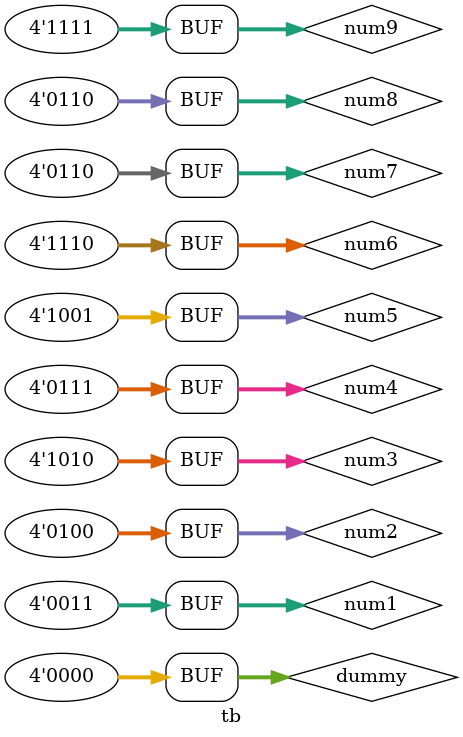
<source format=v>
`timescale 1ns / 1ps

module tb();
    reg [3:0] num1, num2, num3, num4, num5, num6, num7, num8, num9, dummy;
    wire [8:0] result1, result2, result3, result4, result5, result6, result7, result8, result9a, result9b;
    reg [9:0] binary_result;

    multiCS4_v1 uut1(num1, num2, result1);
    multiCS4_v1 uut2(num3, num4, result2);
    multiCS4_v1 uut3(num5, num6, result3);
    multiCS4_v1 uut4(num7, num8, result4);
    multiCS4_v1 uut9(num9, num9, result9a);

    multiCS4_fullbasecell uut5(num1, num2, result5);
    multiCS4_fullbasecell uut6(num3, num4, result6);
    multiCS4_fullbasecell uut7(num5, num6, result7);
    multiCS4_fullbasecell uut8(num7, num8, result8);
    multiCS4_fullbasecell uut10(num9, num9, result9b);

    initial //test cases here
        begin
           num1 <= 4'd3;
           num2 <= 4'd4;
           num3 <= 4'd10;
           num4 <= 4'd7;
           num5 <= 4'd9;
           num6 <= 4'd14;
           num7 <= 4'd6;
           num8 <= 4'd6;
           num9 <= 4'd15;
           #100
           binary_result[0] <= (result1 == 9'd12);
           binary_result[1] <= (result2 == 9'd70);
           binary_result[2] <= (result3 == 9'd126);
           binary_result[3] <= (result4 == 9'd36);

           binary_result[4] <= (result5 == 9'd12);
           binary_result[5] <= (result6 == 9'd70);
           binary_result[6] <= (result7 == 9'd126);
           binary_result[7] <= (result8 == 9'd36);

           binary_result[8] <= (result9a == 9'd225);
           binary_result[9] <= (result9b == 9'd225);
           #100
           dummy =  0;
        end
endmodule // tb

</source>
